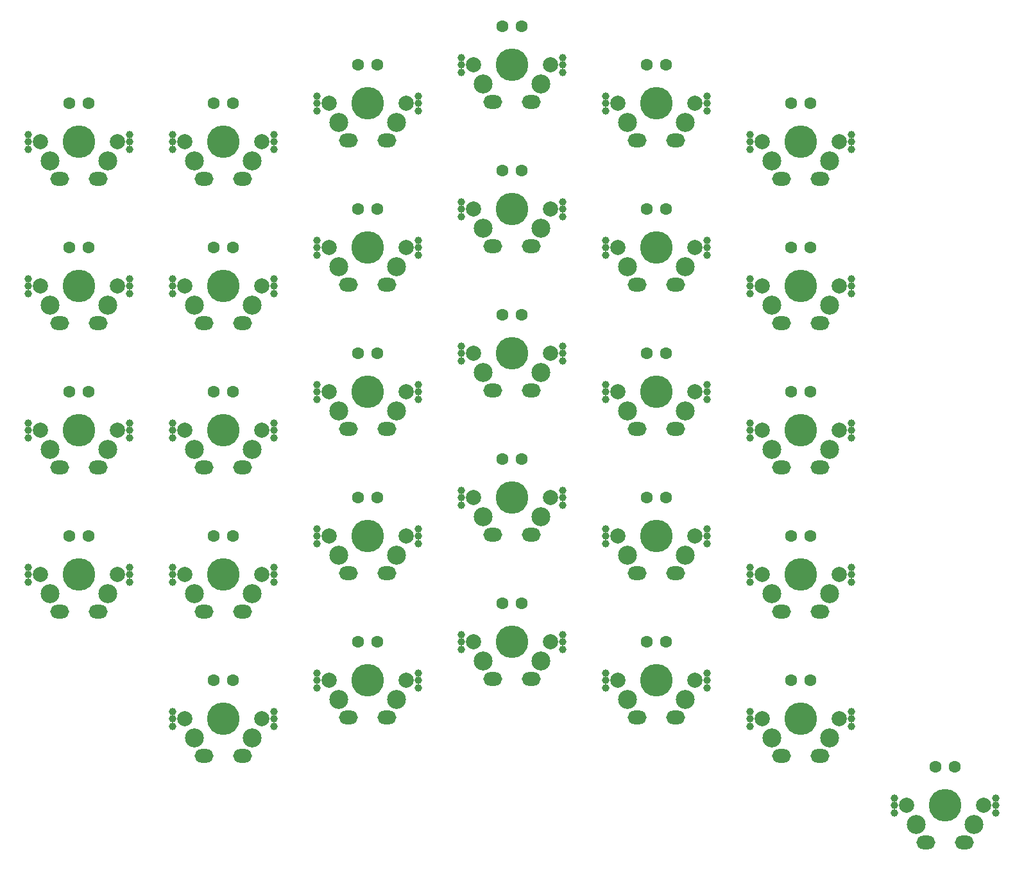
<source format=gbr>
%TF.GenerationSoftware,KiCad,Pcbnew,(5.1.9)-1*%
%TF.CreationDate,2021-03-27T16:34:22+07:00*%
%TF.ProjectId,LetsSplit256,4c657473-5370-46c6-9974-3235362e6b69,rev?*%
%TF.SameCoordinates,Original*%
%TF.FileFunction,Paste,Bot*%
%TF.FilePolarity,Positive*%
%FSLAX46Y46*%
G04 Gerber Fmt 4.6, Leading zero omitted, Abs format (unit mm)*
G04 Created by KiCad (PCBNEW (5.1.9)-1) date 2021-03-27 16:34:22*
%MOMM*%
%LPD*%
G01*
G04 APERTURE LIST*
%ADD10C,1.000000*%
%ADD11O,2.500000X1.800000*%
%ADD12C,2.500000*%
%ADD13C,2.000000*%
%ADD14C,4.300000*%
%ADD15C,1.600000*%
G04 APERTURE END LIST*
D10*
%TO.C,KLZ1*%
X47910000Y-101870000D03*
X47910000Y-103870000D03*
X47910000Y-102870000D03*
D11*
X57150000Y-107746800D03*
D12*
X50800000Y-105410000D03*
D11*
X52070000Y-107746800D03*
D12*
X58420000Y-105410000D03*
D13*
X49530000Y-102870000D03*
X59690000Y-102870000D03*
D14*
X54610000Y-102870000D03*
D10*
X61310000Y-102870000D03*
X61310000Y-101870000D03*
X61310000Y-103870000D03*
D15*
X55880000Y-97790000D03*
X53340000Y-97790000D03*
%TD*%
D10*
%TO.C,KLX1*%
X66960000Y-96790000D03*
X66960000Y-98790000D03*
X66960000Y-97790000D03*
D11*
X76200000Y-102666800D03*
D12*
X69850000Y-100330000D03*
D11*
X71120000Y-102666800D03*
D12*
X77470000Y-100330000D03*
D13*
X68580000Y-97790000D03*
X78740000Y-97790000D03*
D14*
X73660000Y-97790000D03*
D10*
X80360000Y-97790000D03*
X80360000Y-96790000D03*
X80360000Y-98790000D03*
D15*
X74930000Y-92710000D03*
X72390000Y-92710000D03*
%TD*%
D10*
%TO.C,KLW1*%
X66960000Y-58690000D03*
X66960000Y-60690000D03*
X66960000Y-59690000D03*
D11*
X76200000Y-64566800D03*
D12*
X69850000Y-62230000D03*
D11*
X71120000Y-64566800D03*
D12*
X77470000Y-62230000D03*
D13*
X68580000Y-59690000D03*
X78740000Y-59690000D03*
D14*
X73660000Y-59690000D03*
D10*
X80360000Y-59690000D03*
X80360000Y-58690000D03*
X80360000Y-60690000D03*
D15*
X74930000Y-54610000D03*
X72390000Y-54610000D03*
%TD*%
D10*
%TO.C,KLV1*%
X105060000Y-96790000D03*
X105060000Y-98790000D03*
X105060000Y-97790000D03*
D11*
X114300000Y-102666800D03*
D12*
X107950000Y-100330000D03*
D11*
X109220000Y-102666800D03*
D12*
X115570000Y-100330000D03*
D13*
X106680000Y-97790000D03*
X116840000Y-97790000D03*
D14*
X111760000Y-97790000D03*
D10*
X118460000Y-97790000D03*
X118460000Y-96790000D03*
X118460000Y-98790000D03*
D15*
X113030000Y-92710000D03*
X110490000Y-92710000D03*
%TD*%
D10*
%TO.C,KLR1*%
X105060000Y-58690000D03*
X105060000Y-60690000D03*
X105060000Y-59690000D03*
D11*
X114300000Y-64566800D03*
D12*
X107950000Y-62230000D03*
D11*
X109220000Y-64566800D03*
D12*
X115570000Y-62230000D03*
D13*
X106680000Y-59690000D03*
X116840000Y-59690000D03*
D14*
X111760000Y-59690000D03*
D10*
X118460000Y-59690000D03*
X118460000Y-58690000D03*
X118460000Y-60690000D03*
D15*
X113030000Y-54610000D03*
X110490000Y-54610000D03*
%TD*%
D10*
%TO.C,KLQ1*%
X47910000Y-63770000D03*
X47910000Y-65770000D03*
X47910000Y-64770000D03*
D11*
X57150000Y-69646800D03*
D12*
X50800000Y-67310000D03*
D11*
X52070000Y-69646800D03*
D12*
X58420000Y-67310000D03*
D13*
X49530000Y-64770000D03*
X59690000Y-64770000D03*
D14*
X54610000Y-64770000D03*
D10*
X61310000Y-64770000D03*
X61310000Y-63770000D03*
X61310000Y-65770000D03*
D15*
X55880000Y-59690000D03*
X53340000Y-59690000D03*
%TD*%
%TO.C,KLFunc65*%
X148590000Y-128270000D03*
X151130000Y-128270000D03*
D10*
X156560000Y-134350000D03*
X156560000Y-132350000D03*
X156560000Y-133350000D03*
D14*
X149860000Y-133350000D03*
D13*
X154940000Y-133350000D03*
X144780000Y-133350000D03*
D12*
X153670000Y-135890000D03*
D11*
X147320000Y-138226800D03*
D12*
X146050000Y-135890000D03*
D11*
X152400000Y-138226800D03*
D10*
X143160000Y-133350000D03*
X143160000Y-134350000D03*
X143160000Y-132350000D03*
%TD*%
%TO.C,KLFunc55*%
X124110000Y-120920000D03*
X124110000Y-122920000D03*
X124110000Y-121920000D03*
D11*
X133350000Y-126796800D03*
D12*
X127000000Y-124460000D03*
D11*
X128270000Y-126796800D03*
D12*
X134620000Y-124460000D03*
D13*
X125730000Y-121920000D03*
X135890000Y-121920000D03*
D14*
X130810000Y-121920000D03*
D10*
X137510000Y-121920000D03*
X137510000Y-120920000D03*
X137510000Y-122920000D03*
D15*
X132080000Y-116840000D03*
X129540000Y-116840000D03*
%TD*%
D10*
%TO.C,KLFunc35*%
X86010000Y-110760000D03*
X86010000Y-112760000D03*
X86010000Y-111760000D03*
D11*
X95250000Y-116636800D03*
D12*
X88900000Y-114300000D03*
D11*
X90170000Y-116636800D03*
D12*
X96520000Y-114300000D03*
D13*
X87630000Y-111760000D03*
X97790000Y-111760000D03*
D14*
X92710000Y-111760000D03*
D10*
X99410000Y-111760000D03*
X99410000Y-110760000D03*
X99410000Y-112760000D03*
D15*
X93980000Y-106680000D03*
X91440000Y-106680000D03*
%TD*%
D10*
%TO.C,KLFunc25*%
X66960000Y-115840000D03*
X66960000Y-117840000D03*
X66960000Y-116840000D03*
D11*
X76200000Y-121716800D03*
D12*
X69850000Y-119380000D03*
D11*
X71120000Y-121716800D03*
D12*
X77470000Y-119380000D03*
D13*
X68580000Y-116840000D03*
X78740000Y-116840000D03*
D14*
X73660000Y-116840000D03*
D10*
X80360000Y-116840000D03*
X80360000Y-115840000D03*
X80360000Y-117840000D03*
D15*
X74930000Y-111760000D03*
X72390000Y-111760000D03*
%TD*%
D10*
%TO.C,KLFunc15*%
X47910000Y-120920000D03*
X47910000Y-122920000D03*
X47910000Y-121920000D03*
D11*
X57150000Y-126796800D03*
D12*
X50800000Y-124460000D03*
D11*
X52070000Y-126796800D03*
D12*
X58420000Y-124460000D03*
D13*
X49530000Y-121920000D03*
X59690000Y-121920000D03*
D14*
X54610000Y-121920000D03*
D10*
X61310000Y-121920000D03*
X61310000Y-120920000D03*
X61310000Y-122920000D03*
D15*
X55880000Y-116840000D03*
X53340000Y-116840000D03*
%TD*%
D10*
%TO.C,KLFunc14*%
X28860000Y-101870000D03*
X28860000Y-103870000D03*
X28860000Y-102870000D03*
D11*
X38100000Y-107746800D03*
D12*
X31750000Y-105410000D03*
D11*
X33020000Y-107746800D03*
D12*
X39370000Y-105410000D03*
D13*
X30480000Y-102870000D03*
X40640000Y-102870000D03*
D14*
X35560000Y-102870000D03*
D10*
X42260000Y-102870000D03*
X42260000Y-101870000D03*
X42260000Y-103870000D03*
D15*
X36830000Y-97790000D03*
X34290000Y-97790000D03*
%TD*%
D10*
%TO.C,KLFunc13*%
X28860000Y-82820000D03*
X28860000Y-84820000D03*
X28860000Y-83820000D03*
D11*
X38100000Y-88696800D03*
D12*
X31750000Y-86360000D03*
D11*
X33020000Y-88696800D03*
D12*
X39370000Y-86360000D03*
D13*
X30480000Y-83820000D03*
X40640000Y-83820000D03*
D14*
X35560000Y-83820000D03*
D10*
X42260000Y-83820000D03*
X42260000Y-82820000D03*
X42260000Y-84820000D03*
D15*
X36830000Y-78740000D03*
X34290000Y-78740000D03*
%TD*%
D10*
%TO.C,KLFunc12*%
X28860000Y-63770000D03*
X28860000Y-65770000D03*
X28860000Y-64770000D03*
D11*
X38100000Y-69646800D03*
D12*
X31750000Y-67310000D03*
D11*
X33020000Y-69646800D03*
D12*
X39370000Y-67310000D03*
D13*
X30480000Y-64770000D03*
X40640000Y-64770000D03*
D14*
X35560000Y-64770000D03*
D10*
X42260000Y-64770000D03*
X42260000Y-63770000D03*
X42260000Y-65770000D03*
D15*
X36830000Y-59690000D03*
X34290000Y-59690000D03*
%TD*%
D10*
%TO.C,KLFunc11*%
X28860000Y-44720000D03*
X28860000Y-46720000D03*
X28860000Y-45720000D03*
D11*
X38100000Y-50596800D03*
D12*
X31750000Y-48260000D03*
D11*
X33020000Y-50596800D03*
D12*
X39370000Y-48260000D03*
D13*
X30480000Y-45720000D03*
X40640000Y-45720000D03*
D14*
X35560000Y-45720000D03*
D10*
X42260000Y-45720000D03*
X42260000Y-44720000D03*
X42260000Y-46720000D03*
D15*
X36830000Y-40640000D03*
X34290000Y-40640000D03*
%TD*%
D10*
%TO.C,KLF1*%
X105060000Y-77740000D03*
X105060000Y-79740000D03*
X105060000Y-78740000D03*
D11*
X114300000Y-83616800D03*
D12*
X107950000Y-81280000D03*
D11*
X109220000Y-83616800D03*
D12*
X115570000Y-81280000D03*
D13*
X106680000Y-78740000D03*
X116840000Y-78740000D03*
D14*
X111760000Y-78740000D03*
D10*
X118460000Y-78740000D03*
X118460000Y-77740000D03*
X118460000Y-79740000D03*
D15*
X113030000Y-73660000D03*
X110490000Y-73660000D03*
%TD*%
D10*
%TO.C,KLE1*%
X86010000Y-53610000D03*
X86010000Y-55610000D03*
X86010000Y-54610000D03*
D11*
X95250000Y-59486800D03*
D12*
X88900000Y-57150000D03*
D11*
X90170000Y-59486800D03*
D12*
X96520000Y-57150000D03*
D13*
X87630000Y-54610000D03*
X97790000Y-54610000D03*
D14*
X92710000Y-54610000D03*
D10*
X99410000Y-54610000D03*
X99410000Y-53610000D03*
X99410000Y-55610000D03*
D15*
X93980000Y-49530000D03*
X91440000Y-49530000D03*
%TD*%
D10*
%TO.C,KLD1*%
X86010000Y-72660000D03*
X86010000Y-74660000D03*
X86010000Y-73660000D03*
D11*
X95250000Y-78536800D03*
D12*
X88900000Y-76200000D03*
D11*
X90170000Y-78536800D03*
D12*
X96520000Y-76200000D03*
D13*
X87630000Y-73660000D03*
X97790000Y-73660000D03*
D14*
X92710000Y-73660000D03*
D10*
X99410000Y-73660000D03*
X99410000Y-72660000D03*
X99410000Y-74660000D03*
D15*
X93980000Y-68580000D03*
X91440000Y-68580000D03*
%TD*%
D10*
%TO.C,KLC1*%
X86010000Y-91710000D03*
X86010000Y-93710000D03*
X86010000Y-92710000D03*
D11*
X95250000Y-97586800D03*
D12*
X88900000Y-95250000D03*
D11*
X90170000Y-97586800D03*
D12*
X96520000Y-95250000D03*
D13*
X87630000Y-92710000D03*
X97790000Y-92710000D03*
D14*
X92710000Y-92710000D03*
D10*
X99410000Y-92710000D03*
X99410000Y-91710000D03*
X99410000Y-93710000D03*
D15*
X93980000Y-87630000D03*
X91440000Y-87630000D03*
%TD*%
D10*
%TO.C,KLB1*%
X124110000Y-101870000D03*
X124110000Y-103870000D03*
X124110000Y-102870000D03*
D11*
X133350000Y-107746800D03*
D12*
X127000000Y-105410000D03*
D11*
X128270000Y-107746800D03*
D12*
X134620000Y-105410000D03*
D13*
X125730000Y-102870000D03*
X135890000Y-102870000D03*
D14*
X130810000Y-102870000D03*
D10*
X137510000Y-102870000D03*
X137510000Y-101870000D03*
X137510000Y-103870000D03*
D15*
X132080000Y-97790000D03*
X129540000Y-97790000D03*
%TD*%
D10*
%TO.C,KLA1*%
X47910000Y-82820000D03*
X47910000Y-84820000D03*
X47910000Y-83820000D03*
D11*
X57150000Y-88696800D03*
D12*
X50800000Y-86360000D03*
D11*
X52070000Y-88696800D03*
D12*
X58420000Y-86360000D03*
D13*
X49530000Y-83820000D03*
X59690000Y-83820000D03*
D14*
X54610000Y-83820000D03*
D10*
X61310000Y-83820000D03*
X61310000Y-82820000D03*
X61310000Y-84820000D03*
D15*
X55880000Y-78740000D03*
X53340000Y-78740000D03*
%TD*%
D10*
%TO.C,KL4*%
X105060000Y-39640000D03*
X105060000Y-41640000D03*
X105060000Y-40640000D03*
D11*
X114300000Y-45516800D03*
D12*
X107950000Y-43180000D03*
D11*
X109220000Y-45516800D03*
D12*
X115570000Y-43180000D03*
D13*
X106680000Y-40640000D03*
X116840000Y-40640000D03*
D14*
X111760000Y-40640000D03*
D10*
X118460000Y-40640000D03*
X118460000Y-39640000D03*
X118460000Y-41640000D03*
D15*
X113030000Y-35560000D03*
X110490000Y-35560000D03*
%TD*%
D10*
%TO.C,KL3*%
X86010000Y-34560000D03*
X86010000Y-36560000D03*
X86010000Y-35560000D03*
D11*
X95250000Y-40436800D03*
D12*
X88900000Y-38100000D03*
D11*
X90170000Y-40436800D03*
D12*
X96520000Y-38100000D03*
D13*
X87630000Y-35560000D03*
X97790000Y-35560000D03*
D14*
X92710000Y-35560000D03*
D10*
X99410000Y-35560000D03*
X99410000Y-34560000D03*
X99410000Y-36560000D03*
D15*
X93980000Y-30480000D03*
X91440000Y-30480000D03*
%TD*%
D10*
%TO.C,KL2*%
X66960000Y-39640000D03*
X66960000Y-41640000D03*
X66960000Y-40640000D03*
D11*
X76200000Y-45516800D03*
D12*
X69850000Y-43180000D03*
D11*
X71120000Y-45516800D03*
D12*
X77470000Y-43180000D03*
D13*
X68580000Y-40640000D03*
X78740000Y-40640000D03*
D14*
X73660000Y-40640000D03*
D10*
X80360000Y-40640000D03*
X80360000Y-39640000D03*
X80360000Y-41640000D03*
D15*
X74930000Y-35560000D03*
X72390000Y-35560000D03*
%TD*%
D10*
%TO.C,KL1*%
X47910000Y-44720000D03*
X47910000Y-46720000D03*
X47910000Y-45720000D03*
D11*
X57150000Y-50596800D03*
D12*
X50800000Y-48260000D03*
D11*
X52070000Y-50596800D03*
D12*
X58420000Y-48260000D03*
D13*
X49530000Y-45720000D03*
X59690000Y-45720000D03*
D14*
X54610000Y-45720000D03*
D10*
X61310000Y-45720000D03*
X61310000Y-44720000D03*
X61310000Y-46720000D03*
D15*
X55880000Y-40640000D03*
X53340000Y-40640000D03*
%TD*%
D10*
%TO.C,KLS1*%
X66960000Y-77740000D03*
X66960000Y-79740000D03*
X66960000Y-78740000D03*
D11*
X76200000Y-83616800D03*
D12*
X69850000Y-81280000D03*
D11*
X71120000Y-83616800D03*
D12*
X77470000Y-81280000D03*
D13*
X68580000Y-78740000D03*
X78740000Y-78740000D03*
D14*
X73660000Y-78740000D03*
D10*
X80360000Y-78740000D03*
X80360000Y-77740000D03*
X80360000Y-79740000D03*
D15*
X74930000Y-73660000D03*
X72390000Y-73660000D03*
%TD*%
D10*
%TO.C,KLFunc45*%
X105060000Y-115840000D03*
X105060000Y-117840000D03*
X105060000Y-116840000D03*
D11*
X114300000Y-121716800D03*
D12*
X107950000Y-119380000D03*
D11*
X109220000Y-121716800D03*
D12*
X115570000Y-119380000D03*
D13*
X106680000Y-116840000D03*
X116840000Y-116840000D03*
D14*
X111760000Y-116840000D03*
D10*
X118460000Y-116840000D03*
X118460000Y-115840000D03*
X118460000Y-117840000D03*
D15*
X113030000Y-111760000D03*
X110490000Y-111760000D03*
%TD*%
D10*
%TO.C,KLT1*%
X124110000Y-63770000D03*
X124110000Y-65770000D03*
X124110000Y-64770000D03*
D11*
X133350000Y-69646800D03*
D12*
X127000000Y-67310000D03*
D11*
X128270000Y-69646800D03*
D12*
X134620000Y-67310000D03*
D13*
X125730000Y-64770000D03*
X135890000Y-64770000D03*
D14*
X130810000Y-64770000D03*
D10*
X137510000Y-64770000D03*
X137510000Y-63770000D03*
X137510000Y-65770000D03*
D15*
X132080000Y-59690000D03*
X129540000Y-59690000D03*
%TD*%
D10*
%TO.C,KL5*%
X124110000Y-44720000D03*
X124110000Y-46720000D03*
X124110000Y-45720000D03*
D11*
X133350000Y-50596800D03*
D12*
X127000000Y-48260000D03*
D11*
X128270000Y-50596800D03*
D12*
X134620000Y-48260000D03*
D13*
X125730000Y-45720000D03*
X135890000Y-45720000D03*
D14*
X130810000Y-45720000D03*
D10*
X137510000Y-45720000D03*
X137510000Y-44720000D03*
X137510000Y-46720000D03*
D15*
X132080000Y-40640000D03*
X129540000Y-40640000D03*
%TD*%
D10*
%TO.C,KLG1*%
X124110000Y-82820000D03*
X124110000Y-84820000D03*
X124110000Y-83820000D03*
D11*
X133350000Y-88696800D03*
D12*
X127000000Y-86360000D03*
D11*
X128270000Y-88696800D03*
D12*
X134620000Y-86360000D03*
D13*
X125730000Y-83820000D03*
X135890000Y-83820000D03*
D14*
X130810000Y-83820000D03*
D10*
X137510000Y-83820000D03*
X137510000Y-82820000D03*
X137510000Y-84820000D03*
D15*
X132080000Y-78740000D03*
X129540000Y-78740000D03*
%TD*%
M02*

</source>
